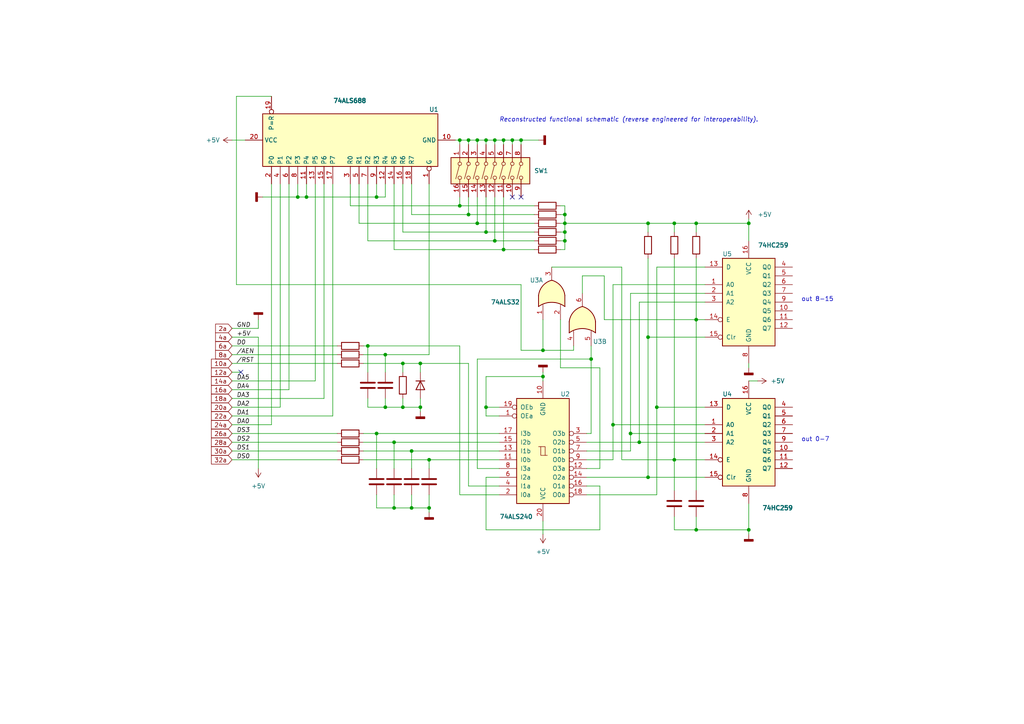
<source format=kicad_sch>
(kicad_sch (version 20211123) (generator eeschema)
  (paper "A4")
  (title_block (title "Integrated circuits important for control") (date "2026-01-18") (rev "1.0") (company "Pozsar Zsolt") (comment 1 "EBE-266.1 digital output module"))
  (lib_symbols
    (symbol "74xx:74LS240" (pin_names (offset 1.016))
      (property "Reference" "U" (at -7.62 16.51 0))
      (property "Value" "74LS240" (at -7.62 -16.51 0))
      (symbol "74LS240_1_0"
        (polyline (pts (xy -0.635 -1.27) (xy -0.635 1.27) (xy 0.635 1.27)))
        (polyline (pts (xy -1.27 -1.27) (xy 0.635 -1.27) (xy 0.635 1.27) (xy 1.27 1.27)))
        (pin input inverted (at -12.7 -10.16 0) (length 5.08) (name "OEa") (number "1"))
        (pin power_in line (at 0 -20.32 90) (length 5.08) (name "GND") (number "10"))
        (pin input line (at -12.7 2.54 0) (length 5.08) (name "I0b") (number "11"))
        (pin tri_state inverted (at 12.7 5.08 180) (length 5.08) (name "O3a") (number "12"))
        (pin input line (at -12.7 0 0) (length 5.08) (name "I1b") (number "13"))
        (pin tri_state inverted (at 12.7 7.62 180) (length 5.08) (name "O2a") (number "14"))
        (pin input line (at -12.7 -2.54 0) (length 5.08) (name "I2b") (number "15"))
        (pin tri_state inverted (at 12.7 10.16 180) (length 5.08) (name "O1a") (number "16"))
        (pin input line (at -12.7 -5.08 0) (length 5.08) (name "I3b") (number "17"))
        (pin tri_state inverted (at 12.7 12.7 180) (length 5.08) (name "O0a") (number "18"))
        (pin input inverted (at -12.7 -12.7 0) (length 5.08) (name "OEb") (number "19"))
        (pin input line (at -12.7 12.7 0) (length 5.08) (name "I0a") (number "2"))
        (pin power_in line (at 0 20.32 270) (length 5.08) (name "VCC") (number "20"))
        (pin tri_state inverted (at 12.7 -5.08 180) (length 5.08) (name "O3b") (number "3"))
        (pin input line (at -12.7 10.16 0) (length 5.08) (name "I1a") (number "4"))
        (pin tri_state inverted (at 12.7 -2.54 180) (length 5.08) (name "O2b") (number "5"))
        (pin input line (at -12.7 7.62 0) (length 5.08) (name "I2a") (number "6"))
        (pin tri_state inverted (at 12.7 0 180) (length 5.08) (name "O1b") (number "7"))
        (pin input line (at -12.7 5.08 0) (length 5.08) (name "I3a") (number "8"))
        (pin tri_state inverted (at 12.7 2.54 180) (length 5.08) (name "O0b") (number "9"))
      )
      (symbol "74LS240_1_1"
        (rectangle (start -7.62 15.24) (end 7.62 -15.24) (stroke (width 0.254)) (fill (type background)))
      )
    )
    (symbol "74xx:74LS259" (pin_names (offset 1.016))
      (property "Reference" "U" (at -7.62 13.97 0))
      (property "Value" "74LS259" (at -7.62 -13.97 0))
      (symbol "74LS259_1_0"
        (pin input line (at -12.7 5.08 0) (length 5.08) (name "A0") (number "1"))
        (pin output line (at 12.7 -2.54 180) (length 5.08) (name "Q5") (number "10"))
        (pin output line (at 12.7 -5.08 180) (length 5.08) (name "Q6") (number "11"))
        (pin output line (at 12.7 -7.62 180) (length 5.08) (name "Q7") (number "12"))
        (pin input line (at -12.7 10.16 0) (length 5.08) (name "D") (number "13"))
        (pin input inverted (at -12.7 -5.08 0) (length 5.08) (name "E") (number "14"))
        (pin input inverted (at -12.7 -10.16 0) (length 5.08) (name "Clr") (number "15"))
        (pin power_in line (at 0 17.78 270) (length 5.08) (name "VCC") (number "16"))
        (pin input line (at -12.7 2.54 0) (length 5.08) (name "A1") (number "2"))
        (pin input line (at -12.7 0 0) (length 5.08) (name "A2") (number "3"))
        (pin output line (at 12.7 10.16 180) (length 5.08) (name "Q0") (number "4"))
        (pin output line (at 12.7 7.62 180) (length 5.08) (name "Q1") (number "5"))
        (pin output line (at 12.7 5.08 180) (length 5.08) (name "Q2") (number "6"))
        (pin output line (at 12.7 2.54 180) (length 5.08) (name "Q3") (number "7"))
        (pin power_in line (at 0 -17.78 90) (length 5.08) (name "GND") (number "8"))
        (pin output line (at 12.7 0 180) (length 5.08) (name "Q4") (number "9"))
      )
      (symbol "74LS259_1_1"
        (rectangle (start -7.62 12.7) (end 7.62 -12.7) (stroke (width 0.254)) (fill (type background)))
      )
    )
    (symbol "74xx:74LS32" (pin_names (offset 1.016))
      (property "Reference" "U" (at 0 1.27 0))
      (property "Value" "74LS32" (at 0 -1.27 0))
      (symbol "74LS32_1_1"
        (arc (start -3.81 -3.81) (mid -2.589 0) (end -3.81 3.81) (stroke (width 0.254)))
        (arc (start -0.6096 -3.81) (mid 2.1842 -2.5851) (end 3.81 0) (stroke (width 0.254)) (fill (type background)))
        (polyline (pts (xy -3.81 -3.81) (xy -0.635 -3.81)) (stroke (width 0.254)) (fill (type background)))
        (polyline (pts (xy -3.81 3.81) (xy -0.635 3.81)) (stroke (width 0.254)) (fill (type background)))
        (polyline (pts (xy -0.635 3.81) (xy -3.81 3.81) (xy -3.81 3.81) (xy -3.556 3.4036) (xy -3.0226 2.2606) (xy -2.6924 1.0414) (xy -2.6162 -0.254) (xy -2.7686 -1.4986) (xy -3.175 -2.7178) (xy -3.81 -3.81) (xy -3.81 -3.81) (xy -0.635 -3.81)) (stroke (width -25.4)) (fill (type background)))
        (arc (start 3.81 0) (mid 2.1915 2.5936) (end -0.6096 3.81) (stroke (width 0.254)) (fill (type background)))
        (pin input line (at -7.62 2.54 0) (length 4.318) (name "~") (number "1"))
        (pin input line (at -7.62 -2.54 0) (length 4.318) (name "~") (number "2"))
        (pin output line (at 7.62 0 180) (length 3.81) (name "~") (number "3"))
      )
      (symbol "74LS32_1_2"
        (arc (start 0 -3.81) (mid 3.81 0) (end 0 3.81) (stroke (width 0.254)) (fill (type background)))
        (polyline (pts (xy 0 3.81) (xy -3.81 3.81) (xy -3.81 -3.81) (xy 0 -3.81)) (stroke (width 0.254)) (fill (type background)))
        (pin input inverted (at -7.62 2.54 0) (length 3.81) (name "~") (number "1"))
        (pin input inverted (at -7.62 -2.54 0) (length 3.81) (name "~") (number "2"))
        (pin output inverted (at 7.62 0 180) (length 3.81) (name "~") (number "3"))
      )
      (symbol "74LS32_2_1"
        (arc (start -3.81 -3.81) (mid -2.589 0) (end -3.81 3.81) (stroke (width 0.254)))
        (arc (start -0.6096 -3.81) (mid 2.1842 -2.5851) (end 3.81 0) (stroke (width 0.254)) (fill (type background)))
        (polyline (pts (xy -3.81 -3.81) (xy -0.635 -3.81)) (stroke (width 0.254)) (fill (type background)))
        (polyline (pts (xy -3.81 3.81) (xy -0.635 3.81)) (stroke (width 0.254)) (fill (type background)))
        (polyline (pts (xy -0.635 3.81) (xy -3.81 3.81) (xy -3.81 3.81) (xy -3.556 3.4036) (xy -3.0226 2.2606) (xy -2.6924 1.0414) (xy -2.6162 -0.254) (xy -2.7686 -1.4986) (xy -3.175 -2.7178) (xy -3.81 -3.81) (xy -3.81 -3.81) (xy -0.635 -3.81)) (stroke (width -25.4)) (fill (type background)))
        (arc (start 3.81 0) (mid 2.1915 2.5936) (end -0.6096 3.81) (stroke (width 0.254)) (fill (type background)))
        (pin input line (at -7.62 2.54 0) (length 4.318) (name "~") (number "4"))
        (pin input line (at -7.62 -2.54 0) (length 4.318) (name "~") (number "5"))
        (pin output line (at 7.62 0 180) (length 3.81) (name "~") (number "6"))
      )
      (symbol "74LS32_2_2"
        (arc (start 0 -3.81) (mid 3.81 0) (end 0 3.81) (stroke (width 0.254)) (fill (type background)))
        (polyline (pts (xy 0 3.81) (xy -3.81 3.81) (xy -3.81 -3.81) (xy 0 -3.81)) (stroke (width 0.254)) (fill (type background)))
        (pin input inverted (at -7.62 2.54 0) (length 3.81) (name "~") (number "4"))
        (pin input inverted (at -7.62 -2.54 0) (length 3.81) (name "~") (number "5"))
        (pin output inverted (at 7.62 0 180) (length 3.81) (name "~") (number "6"))
      )
      (symbol "74LS32_3_1"
        (arc (start -3.81 -3.81) (mid -2.589 0) (end -3.81 3.81) (stroke (width 0.254)))
        (arc (start -0.6096 -3.81) (mid 2.1842 -2.5851) (end 3.81 0) (stroke (width 0.254)) (fill (type background)))
        (polyline (pts (xy -3.81 -3.81) (xy -0.635 -3.81)) (stroke (width 0.254)) (fill (type background)))
        (polyline (pts (xy -3.81 3.81) (xy -0.635 3.81)) (stroke (width 0.254)) (fill (type background)))
        (polyline (pts (xy -0.635 3.81) (xy -3.81 3.81) (xy -3.81 3.81) (xy -3.556 3.4036) (xy -3.0226 2.2606) (xy -2.6924 1.0414) (xy -2.6162 -0.254) (xy -2.7686 -1.4986) (xy -3.175 -2.7178) (xy -3.81 -3.81) (xy -3.81 -3.81) (xy -0.635 -3.81)) (stroke (width -25.4)) (fill (type background)))
        (arc (start 3.81 0) (mid 2.1915 2.5936) (end -0.6096 3.81) (stroke (width 0.254)) (fill (type background)))
        (pin input line (at -7.62 -2.54 0) (length 4.318) (name "~") (number "10"))
        (pin output line (at 7.62 0 180) (length 3.81) (name "~") (number "8"))
        (pin input line (at -7.62 2.54 0) (length 4.318) (name "~") (number "9"))
      )
      (symbol "74LS32_3_2"
        (arc (start 0 -3.81) (mid 3.81 0) (end 0 3.81) (stroke (width 0.254)) (fill (type background)))
        (polyline (pts (xy 0 3.81) (xy -3.81 3.81) (xy -3.81 -3.81) (xy 0 -3.81)) (stroke (width 0.254)) (fill (type background)))
        (pin input inverted (at -7.62 -2.54 0) (length 3.81) (name "~") (number "10"))
        (pin output inverted (at 7.62 0 180) (length 3.81) (name "~") (number "8"))
        (pin input inverted (at -7.62 2.54 0) (length 3.81) (name "~") (number "9"))
      )
      (symbol "74LS32_4_1"
        (arc (start -3.81 -3.81) (mid -2.589 0) (end -3.81 3.81) (stroke (width 0.254)))
        (arc (start -0.6096 -3.81) (mid 2.1842 -2.5851) (end 3.81 0) (stroke (width 0.254)) (fill (type background)))
        (polyline (pts (xy -3.81 -3.81) (xy -0.635 -3.81)) (stroke (width 0.254)) (fill (type background)))
        (polyline (pts (xy -3.81 3.81) (xy -0.635 3.81)) (stroke (width 0.254)) (fill (type background)))
        (polyline (pts (xy -0.635 3.81) (xy -3.81 3.81) (xy -3.81 3.81) (xy -3.556 3.4036) (xy -3.0226 2.2606) (xy -2.6924 1.0414) (xy -2.6162 -0.254) (xy -2.7686 -1.4986) (xy -3.175 -2.7178) (xy -3.81 -3.81) (xy -3.81 -3.81) (xy -0.635 -3.81)) (stroke (width -25.4)) (fill (type background)))
        (arc (start 3.81 0) (mid 2.1915 2.5936) (end -0.6096 3.81) (stroke (width 0.254)) (fill (type background)))
        (pin output line (at 7.62 0 180) (length 3.81) (name "~") (number "11"))
        (pin input line (at -7.62 2.54 0) (length 4.318) (name "~") (number "12"))
        (pin input line (at -7.62 -2.54 0) (length 4.318) (name "~") (number "13"))
      )
      (symbol "74LS32_4_2"
        (arc (start 0 -3.81) (mid 3.81 0) (end 0 3.81) (stroke (width 0.254)) (fill (type background)))
        (polyline (pts (xy 0 3.81) (xy -3.81 3.81) (xy -3.81 -3.81) (xy 0 -3.81)) (stroke (width 0.254)) (fill (type background)))
        (pin output inverted (at 7.62 0 180) (length 3.81) (name "~") (number "11"))
        (pin input inverted (at -7.62 2.54 0) (length 3.81) (name "~") (number "12"))
        (pin input inverted (at -7.62 -2.54 0) (length 3.81) (name "~") (number "13"))
      )
      (symbol "74LS32_5_0"
        (pin power_in line (at 0 12.7 270) (length 5.08) (name "VCC") (number "14"))
        (pin power_in line (at 0 -12.7 90) (length 5.08) (name "GND") (number "7"))
      )
      (symbol "74LS32_5_1"
        (rectangle (start -5.08 7.62) (end 5.08 -7.62) (stroke (width 0.254)) (fill (type background)))
      )
    )
    (symbol "74xx:74LS688"
      (property "Reference" "U" (at -7.62 26.67 0))
      (property "Value" "74LS688" (at -7.62 -26.67 0))
      (symbol "74LS688_1_0"
        (pin input inverted (at -12.7 -22.86 0) (length 5.08) (name "G") (number "1"))
        (pin power_in line (at 0 -30.48 90) (length 5.08) (name "GND") (number "10"))
        (pin input line (at -12.7 12.7 0) (length 5.08) (name "P4") (number "11"))
        (pin input line (at -12.7 -10.16 0) (length 5.08) (name "R4") (number "12"))
        (pin input line (at -12.7 10.16 0) (length 5.08) (name "P5") (number "13"))
        (pin input line (at -12.7 -12.7 0) (length 5.08) (name "R5") (number "14"))
        (pin input line (at -12.7 7.62 0) (length 5.08) (name "P6") (number "15"))
        (pin input line (at -12.7 -15.24 0) (length 5.08) (name "R6") (number "16"))
        (pin input line (at -12.7 5.08 0) (length 5.08) (name "P7") (number "17"))
        (pin input line (at -12.7 -17.78 0) (length 5.08) (name "R7") (number "18"))
        (pin output inverted (at 12.7 22.86 180) (length 5.08) (name "P=R") (number "19"))
        (pin input line (at -12.7 22.86 0) (length 5.08) (name "P0") (number "2"))
        (pin power_in line (at 0 30.48 270) (length 5.08) (name "VCC") (number "20"))
        (pin input line (at -12.7 0 0) (length 5.08) (name "R0") (number "3"))
        (pin input line (at -12.7 20.32 0) (length 5.08) (name "P1") (number "4"))
        (pin input line (at -12.7 -2.54 0) (length 5.08) (name "R1") (number "5"))
        (pin input line (at -12.7 17.78 0) (length 5.08) (name "P2") (number "6"))
        (pin input line (at -12.7 -5.08 0) (length 5.08) (name "R2") (number "7"))
        (pin input line (at -12.7 15.24 0) (length 5.08) (name "P3") (number "8"))
        (pin input line (at -12.7 -7.62 0) (length 5.08) (name "R3") (number "9"))
      )
      (symbol "74LS688_1_1"
        (rectangle (start -7.62 25.4) (end 7.62 -25.4) (stroke (width 0.254)) (fill (type background)))
      )
    )
    (symbol "Device:C" (pin_numbers hide) (pin_names (offset 0.254))
      (property "Reference" "C" (at 0.635 2.54 0))
      (property "Value" "C" (at 0.635 -2.54 0))
      (symbol "C_0_1"
        (polyline (pts (xy -2.032 -0.762) (xy 2.032 -0.762)) (stroke (width 0.508)))
        (polyline (pts (xy -2.032 0.762) (xy 2.032 0.762)) (stroke (width 0.508)))
      )
      (symbol "C_1_1"
        (pin passive line (at 0 3.81 270) (length 2.794) (name "~") (number "1"))
        (pin passive line (at 0 -3.81 90) (length 2.794) (name "~") (number "2"))
      )
    )
    (symbol "Device:D" (pin_numbers hide) (pin_names (offset 1.016) hide)
      (property "Reference" "D" (at 0 2.54 0))
      (property "Value" "D" (at 0 -2.54 0))
      (symbol "D_0_1"
        (polyline (pts (xy -1.27 1.27) (xy -1.27 -1.27)) (stroke (width 0.254)))
        (polyline (pts (xy 1.27 0) (xy -1.27 0)))
        (polyline (pts (xy 1.27 1.27) (xy 1.27 -1.27) (xy -1.27 0) (xy 1.27 1.27)) (stroke (width 0.254)))
      )
      (symbol "D_1_1"
        (pin passive line (at -3.81 0 0) (length 2.54) (name "K") (number "1"))
        (pin passive line (at 3.81 0 180) (length 2.54) (name "A") (number "2"))
      )
    )
    (symbol "Device:R" (pin_numbers hide) (pin_names (offset 0))
      (property "Reference" "R" (at 2.032 0 90))
      (property "Value" "R" (at 0 0 90))
      (symbol "R_0_1"
        (rectangle (start -1.016 -2.54) (end 1.016 2.54) (stroke (width 0.254)))
      )
      (symbol "R_1_1"
        (pin passive line (at 0 3.81 270) (length 1.27) (name "~") (number "1"))
        (pin passive line (at 0 -3.81 90) (length 1.27) (name "~") (number "2"))
      )
    )
    (symbol "Switch:SW_DIP_x08" (pin_names (offset 0) hide)
      (property "Reference" "SW" (at 0 13.97 0))
      (property "Value" "SW_DIP_x08" (at 0 -11.43 0))
      (symbol "SW_DIP_x08_0_0"
        (circle (center -2.032 -7.62) (radius 0.508))
        (circle (center -2.032 -5.08) (radius 0.508))
        (circle (center -2.032 -2.54) (radius 0.508))
        (circle (center -2.032 0) (radius 0.508))
        (circle (center -2.032 2.54) (radius 0.508))
        (circle (center -2.032 5.08) (radius 0.508))
        (circle (center -2.032 7.62) (radius 0.508))
        (circle (center -2.032 10.16) (radius 0.508))
        (polyline (pts (xy -1.524 -7.4676) (xy 2.3622 -6.4262)))
        (polyline (pts (xy -1.524 -4.9276) (xy 2.3622 -3.8862)))
        (polyline (pts (xy -1.524 -2.3876) (xy 2.3622 -1.3462)))
        (polyline (pts (xy -1.524 0.127) (xy 2.3622 1.1684)))
        (polyline (pts (xy -1.524 2.667) (xy 2.3622 3.7084)))
        (polyline (pts (xy -1.524 5.207) (xy 2.3622 6.2484)))
        (polyline (pts (xy -1.524 7.747) (xy 2.3622 8.7884)))
        (polyline (pts (xy -1.524 10.287) (xy 2.3622 11.3284)))
        (circle (center 2.032 -7.62) (radius 0.508))
        (circle (center 2.032 -5.08) (radius 0.508))
        (circle (center 2.032 -2.54) (radius 0.508))
        (circle (center 2.032 0) (radius 0.508))
        (circle (center 2.032 2.54) (radius 0.508))
        (circle (center 2.032 5.08) (radius 0.508))
        (circle (center 2.032 7.62) (radius 0.508))
        (circle (center 2.032 10.16) (radius 0.508))
      )
      (symbol "SW_DIP_x08_0_1"
        (rectangle (start -3.81 12.7) (end 3.81 -10.16) (stroke (width 0.254)) (fill (type background)))
      )
      (symbol "SW_DIP_x08_1_1"
        (pin passive line (at -7.62 10.16 0) (length 5.08) (name "~") (number "1"))
        (pin passive line (at 7.62 -5.08 180) (length 5.08) (name "~") (number "10"))
        (pin passive line (at 7.62 -2.54 180) (length 5.08) (name "~") (number "11"))
        (pin passive line (at 7.62 0 180) (length 5.08) (name "~") (number "12"))
        (pin passive line (at 7.62 2.54 180) (length 5.08) (name "~") (number "13"))
        (pin passive line (at 7.62 5.08 180) (length 5.08) (name "~") (number "14"))
        (pin passive line (at 7.62 7.62 180) (length 5.08) (name "~") (number "15"))
        (pin passive line (at 7.62 10.16 180) (length 5.08) (name "~") (number "16"))
        (pin passive line (at -7.62 7.62 0) (length 5.08) (name "~") (number "2"))
        (pin passive line (at -7.62 5.08 0) (length 5.08) (name "~") (number "3"))
        (pin passive line (at -7.62 2.54 0) (length 5.08) (name "~") (number "4"))
        (pin passive line (at -7.62 0 0) (length 5.08) (name "~") (number "5"))
        (pin passive line (at -7.62 -2.54 0) (length 5.08) (name "~") (number "6"))
        (pin passive line (at -7.62 -5.08 0) (length 5.08) (name "~") (number "7"))
        (pin passive line (at -7.62 -7.62 0) (length 5.08) (name "~") (number "8"))
        (pin passive line (at 7.62 -7.62 180) (length 5.08) (name "~") (number "9"))
      )
    )
    (symbol "power:+5V" (power) (pin_names (offset 0))
      (property "Value" "+5V" (at 0 3.556 0))
      (symbol "+5V_0_1"
        (polyline (pts (xy -0.762 1.27) (xy 0 2.54)))
        (polyline (pts (xy 0 0) (xy 0 2.54)))
        (polyline (pts (xy 0 2.54) (xy 0.762 1.27)))
      )
      (symbol "+5V_1_1"
        (pin power_in line (at 0 0 90) (length 0) hide (name "+5V") (number "1"))
      )
    )
    (symbol "power:GNDD" (power) (pin_names (offset 0))
      (property "Value" "GNDD" (at 0 -3.175 0))
      (symbol "GNDD_0_1"
        (rectangle (start -1.27 -1.524) (end 1.27 -2.032) (stroke (width 0.254)) (fill (type outline)))
        (polyline (pts (xy 0 0) (xy 0 -1.524)))
      )
      (symbol "GNDD_1_1"
        (pin power_in line (at 0 0 270) (length 0) hide (name "GNDD") (number "1"))
      )
    )
  )
  (junction (at 185.42 128.27))
  (junction (at 171.45 104.14))
  (junction (at 157.48 109.22))
  (junction (at 119.38 130.81))
  (junction (at 111.76 102.87))
  (junction (at 133.35 59.69))
  (junction (at 146.05 72.39))
  (junction (at 111.76 118.11))
  (junction (at 187.96 64.77))
  (junction (at 140.97 40.64))
  (junction (at 163.83 64.77))
  (junction (at 109.22 57.15))
  (junction (at 116.84 105.41))
  (junction (at 148.59 40.64))
  (junction (at 201.93 92.71))
  (junction (at 116.84 118.11))
  (junction (at 151.13 40.64))
  (junction (at 140.97 118.11))
  (junction (at 187.96 138.43))
  (junction (at 124.46 133.35))
  (junction (at 163.83 62.23))
  (junction (at 138.43 64.77))
  (junction (at 146.05 40.64))
  (junction (at 114.3 147.32))
  (junction (at 217.17 64.77))
  (junction (at 88.9 57.15))
  (junction (at 195.58 133.35))
  (junction (at 124.46 147.32))
  (junction (at 86.36 57.15))
  (junction (at 143.51 40.64))
  (junction (at 182.88 125.73))
  (junction (at 106.68 100.33))
  (junction (at 135.89 40.64))
  (junction (at 163.83 69.85))
  (junction (at 121.92 118.11))
  (junction (at 201.93 64.77))
  (junction (at 140.97 67.31))
  (junction (at 217.17 153.67))
  (junction (at 133.35 40.64))
  (junction (at 121.92 105.41))
  (junction (at 114.3 128.27))
  (junction (at 190.5 118.11))
  (junction (at 138.43 40.64))
  (junction (at 143.51 69.85))
  (junction (at 187.96 97.79))
  (junction (at 195.58 64.77))
  (junction (at 135.89 62.23))
  (junction (at 109.22 125.73))
  (junction (at 177.8 123.19))
  (junction (at 119.38 147.32))
  (junction (at 201.93 153.67))
  (junction (at 157.48 101.6))
  (junction (at 163.83 67.31))
  (no_connect (at 69.85 107.95))
  (no_connect (at 148.59 57.15))
  (no_connect (at 151.13 57.15))
  (wire (pts (xy 105.41 105.41) (xy 116.84 105.41)))
  (wire (pts (xy 201.93 64.77) (xy 201.93 67.31)))
  (wire (pts (xy 114.3 128.27) (xy 144.78 128.27)))
  (wire (pts (xy 201.93 153.67) (xy 217.17 153.67)))
  (wire (pts (xy 67.31 133.35) (xy 97.79 133.35)))
  (wire (pts (xy 111.76 102.87) (xy 124.46 102.87)))
  (wire (pts (xy 119.38 130.81) (xy 144.78 130.81)))
  (wire (pts (xy 111.76 57.15) (xy 109.22 57.15)))
  (wire (pts (xy 78.74 123.19) (xy 78.74 53.34)))
  (wire (pts (xy 67.31 128.27) (xy 97.79 128.27)))
  (wire (pts (xy 116.84 105.41) (xy 121.92 105.41)))
  (wire (pts (xy 163.83 64.77) (xy 163.83 62.23)))
  (wire (pts (xy 171.45 104.14) (xy 171.45 125.73)))
  (wire (pts (xy 190.5 118.11) (xy 204.47 118.11)))
  (wire (pts (xy 135.89 140.97) (xy 135.89 105.41)))
  (wire (pts (xy 119.38 53.34) (xy 119.38 62.23)))
  (wire (pts (xy 201.93 74.93) (xy 201.93 92.71)))
  (wire (pts (xy 116.84 118.11) (xy 116.84 115.57)))
  (wire (pts (xy 175.26 80.01) (xy 175.26 92.71)))
  (wire (pts (xy 133.35 100.33) (xy 133.35 143.51)))
  (wire (pts (xy 138.43 40.64) (xy 138.43 41.91)))
  (wire (pts (xy 195.58 153.67) (xy 201.93 153.67)))
  (wire (pts (xy 195.58 149.86) (xy 195.58 153.67)))
  (wire (pts (xy 185.42 128.27) (xy 185.42 87.63)))
  (wire (pts (xy 151.13 101.6) (xy 157.48 101.6)))
  (wire (pts (xy 111.76 53.34) (xy 111.76 57.15)))
  (wire (pts (xy 93.98 115.57) (xy 93.98 53.34)))
  (wire (pts (xy 68.58 82.55) (xy 68.58 27.94)))
  (wire (pts (xy 121.92 118.11) (xy 121.92 119.38)))
  (wire (pts (xy 106.68 53.34) (xy 106.68 69.85)))
  (wire (pts (xy 157.48 109.22) (xy 157.48 110.49)))
  (wire (pts (xy 67.31 130.81) (xy 97.79 130.81)))
  (wire (pts (xy 83.82 53.34) (xy 83.82 113.03)))
  (wire (pts (xy 162.56 72.39) (xy 163.83 72.39)))
  (wire (pts (xy 140.97 153.67) (xy 173.99 153.67)))
  (wire (pts (xy 173.99 106.68) (xy 162.56 106.68)))
  (wire (pts (xy 133.35 59.69) (xy 154.94 59.69)))
  (wire (pts (xy 173.99 135.89) (xy 173.99 106.68)))
  (wire (pts (xy 195.58 64.77) (xy 195.58 67.31)))
  (wire (pts (xy 187.96 64.77) (xy 187.96 67.31)))
  (wire (pts (xy 111.76 102.87) (xy 111.76 107.95)))
  (wire (pts (xy 105.41 133.35) (xy 124.46 133.35)))
  (wire (pts (xy 163.83 67.31) (xy 163.83 64.77)))
  (wire (pts (xy 96.52 120.65) (xy 96.52 53.34)))
  (wire (pts (xy 109.22 143.51) (xy 109.22 147.32)))
  (wire (pts (xy 163.83 64.77) (xy 187.96 64.77)))
  (wire (pts (xy 170.18 130.81) (xy 182.88 130.81)))
  (wire (pts (xy 146.05 72.39) (xy 154.94 72.39)))
  (wire (pts (xy 182.88 125.73) (xy 204.47 125.73)))
  (wire (pts (xy 119.38 130.81) (xy 119.38 135.89)))
  (wire (pts (xy 138.43 64.77) (xy 104.14 64.77)))
  (wire (pts (xy 114.3 143.51) (xy 114.3 147.32)))
  (wire (pts (xy 187.96 64.77) (xy 195.58 64.77)))
  (wire (pts (xy 138.43 64.77) (xy 138.43 57.15)))
  (wire (pts (xy 135.89 40.64) (xy 133.35 40.64)))
  (wire (pts (xy 144.78 138.43) (xy 140.97 138.43)))
  (wire (pts (xy 116.84 105.41) (xy 116.84 107.95)))
  (wire (pts (xy 135.89 62.23) (xy 135.89 57.15)))
  (wire (pts (xy 148.59 40.64) (xy 146.05 40.64)))
  (wire (pts (xy 104.14 64.77) (xy 104.14 53.34)))
  (wire (pts (xy 140.97 138.43) (xy 140.97 153.67)))
  (wire (pts (xy 146.05 72.39) (xy 114.3 72.39)))
  (wire (pts (xy 185.42 128.27) (xy 204.47 128.27)))
  (wire (pts (xy 88.9 53.34) (xy 88.9 57.15)))
  (wire (pts (xy 114.3 72.39) (xy 114.3 53.34)))
  (wire (pts (xy 133.35 143.51) (xy 144.78 143.51)))
  (wire (pts (xy 114.3 147.32) (xy 119.38 147.32)))
  (wire (pts (xy 180.34 133.35) (xy 195.58 133.35)))
  (wire (pts (xy 163.83 62.23) (xy 163.83 59.69)))
  (wire (pts (xy 116.84 118.11) (xy 121.92 118.11)))
  (wire (pts (xy 182.88 85.09) (xy 182.88 125.73)))
  (wire (pts (xy 166.37 101.6) (xy 166.37 100.33)))
  (wire (pts (xy 109.22 57.15) (xy 88.9 57.15)))
  (wire (pts (xy 217.17 105.41) (xy 217.17 106.68)))
  (wire (pts (xy 114.3 128.27) (xy 114.3 135.89)))
  (wire (pts (xy 133.35 40.64) (xy 133.35 41.91)))
  (wire (pts (xy 148.59 40.64) (xy 148.59 41.91)))
  (wire (pts (xy 109.22 147.32) (xy 114.3 147.32)))
  (wire (pts (xy 67.31 120.65) (xy 96.52 120.65)))
  (wire (pts (xy 170.18 128.27) (xy 185.42 128.27)))
  (wire (pts (xy 204.47 97.79) (xy 187.96 97.79)))
  (wire (pts (xy 74.93 95.25) (xy 74.93 92.71)))
  (wire (pts (xy 111.76 115.57) (xy 111.76 118.11)))
  (wire (pts (xy 144.78 120.65) (xy 140.97 120.65)))
  (wire (pts (xy 146.05 72.39) (xy 146.05 57.15)))
  (wire (pts (xy 195.58 133.35) (xy 204.47 133.35)))
  (wire (pts (xy 67.31 110.49) (xy 91.44 110.49)))
  (wire (pts (xy 67.31 118.11) (xy 81.28 118.11)))
  (wire (pts (xy 106.68 100.33) (xy 133.35 100.33)))
  (wire (pts (xy 67.31 40.64) (xy 71.12 40.64)))
  (wire (pts (xy 204.47 85.09) (xy 182.88 85.09)))
  (wire (pts (xy 67.31 102.87) (xy 97.79 102.87)))
  (wire (pts (xy 162.56 106.68) (xy 162.56 92.71)))
  (wire (pts (xy 116.84 67.31) (xy 116.84 53.34)))
  (wire (pts (xy 157.48 107.95) (xy 157.48 109.22)))
  (wire (pts (xy 146.05 40.64) (xy 146.05 41.91)))
  (wire (pts (xy 180.34 77.47) (xy 180.34 133.35)))
  (wire (pts (xy 124.46 133.35) (xy 124.46 135.89)))
  (wire (pts (xy 124.46 102.87) (xy 124.46 53.34)))
  (wire (pts (xy 143.51 40.64) (xy 143.51 41.91)))
  (wire (pts (xy 67.31 123.19) (xy 78.74 123.19)))
  (wire (pts (xy 140.97 40.64) (xy 140.97 41.91)))
  (wire (pts (xy 187.96 138.43) (xy 204.47 138.43)))
  (wire (pts (xy 201.93 92.71) (xy 175.26 92.71)))
  (wire (pts (xy 177.8 82.55) (xy 204.47 82.55)))
  (wire (pts (xy 67.31 125.73) (xy 97.79 125.73)))
  (wire (pts (xy 170.18 125.73) (xy 171.45 125.73)))
  (wire (pts (xy 157.48 92.71) (xy 157.48 101.6)))
  (wire (pts (xy 124.46 143.51) (xy 124.46 147.32)))
  (wire (pts (xy 143.51 69.85) (xy 143.51 57.15)))
  (wire (pts (xy 195.58 64.77) (xy 201.93 64.77)))
  (wire (pts (xy 121.92 105.41) (xy 135.89 105.41)))
  (wire (pts (xy 146.05 40.64) (xy 143.51 40.64)))
  (wire (pts (xy 106.68 107.95) (xy 106.68 100.33)))
  (wire (pts (xy 151.13 40.64) (xy 156.21 40.64)))
  (wire (pts (xy 163.83 69.85) (xy 163.83 67.31)))
  (wire (pts (xy 151.13 40.64) (xy 148.59 40.64)))
  (wire (pts (xy 109.22 125.73) (xy 109.22 135.89)))
  (wire (pts (xy 138.43 104.14) (xy 138.43 135.89)))
  (wire (pts (xy 170.18 133.35) (xy 177.8 133.35)))
  (wire (pts (xy 168.91 85.09) (xy 168.91 80.01)))
  (wire (pts (xy 105.41 102.87) (xy 111.76 102.87)))
  (wire (pts (xy 119.38 62.23) (xy 135.89 62.23)))
  (wire (pts (xy 67.31 97.79) (xy 74.93 97.79)))
  (wire (pts (xy 101.6 59.69) (xy 133.35 59.69)))
  (wire (pts (xy 140.97 109.22) (xy 157.48 109.22)))
  (wire (pts (xy 185.42 87.63) (xy 204.47 87.63)))
  (wire (pts (xy 109.22 53.34) (xy 109.22 57.15)))
  (wire (pts (xy 143.51 69.85) (xy 154.94 69.85)))
  (wire (pts (xy 106.68 118.11) (xy 111.76 118.11)))
  (wire (pts (xy 190.5 77.47) (xy 204.47 77.47)))
  (wire (pts (xy 67.31 105.41) (xy 97.79 105.41)))
  (wire (pts (xy 170.18 143.51) (xy 190.5 143.51)))
  (wire (pts (xy 162.56 62.23) (xy 163.83 62.23)))
  (wire (pts (xy 162.56 64.77) (xy 163.83 64.77)))
  (wire (pts (xy 124.46 147.32) (xy 124.46 148.59)))
  (wire (pts (xy 67.31 107.95) (xy 69.85 107.95)))
  (wire (pts (xy 106.68 100.33) (xy 105.41 100.33)))
  (wire (pts (xy 201.93 64.77) (xy 217.17 64.77)))
  (wire (pts (xy 177.8 123.19) (xy 204.47 123.19)))
  (wire (pts (xy 76.2 57.15) (xy 86.36 57.15)))
  (wire (pts (xy 140.97 118.11) (xy 140.97 109.22)))
  (wire (pts (xy 91.44 110.49) (xy 91.44 53.34)))
  (wire (pts (xy 157.48 101.6) (xy 166.37 101.6)))
  (wire (pts (xy 109.22 125.73) (xy 144.78 125.73)))
  (wire (pts (xy 163.83 72.39) (xy 163.83 69.85)))
  (wire (pts (xy 140.97 120.65) (xy 140.97 118.11)))
  (wire (pts (xy 217.17 110.49) (xy 219.71 110.49)))
  (wire (pts (xy 182.88 130.81) (xy 182.88 125.73)))
  (wire (pts (xy 151.13 82.55) (xy 151.13 101.6)))
  (wire (pts (xy 124.46 133.35) (xy 144.78 133.35)))
  (wire (pts (xy 135.89 40.64) (xy 135.89 41.91)))
  (wire (pts (xy 138.43 40.64) (xy 135.89 40.64)))
  (wire (pts (xy 105.41 128.27) (xy 114.3 128.27)))
  (wire (pts (xy 160.02 77.47) (xy 180.34 77.47)))
  (wire (pts (xy 111.76 118.11) (xy 116.84 118.11)))
  (wire (pts (xy 135.89 62.23) (xy 154.94 62.23)))
  (wire (pts (xy 217.17 64.77) (xy 217.17 69.85)))
  (wire (pts (xy 67.31 100.33) (xy 97.79 100.33)))
  (wire (pts (xy 105.41 125.73) (xy 109.22 125.73)))
  (wire (pts (xy 83.82 113.03) (xy 67.31 113.03)))
  (wire (pts (xy 133.35 59.69) (xy 133.35 57.15)))
  (wire (pts (xy 177.8 82.55) (xy 177.8 123.19)))
  (wire (pts (xy 68.58 27.94) (xy 78.74 27.94)))
  (wire (pts (xy 140.97 67.31) (xy 116.84 67.31)))
  (wire (pts (xy 171.45 100.33) (xy 171.45 104.14)))
  (wire (pts (xy 173.99 153.67) (xy 173.99 140.97)))
  (wire (pts (xy 151.13 82.55) (xy 68.58 82.55)))
  (wire (pts (xy 187.96 97.79) (xy 187.96 138.43)))
  (wire (pts (xy 106.68 115.57) (xy 106.68 118.11)))
  (wire (pts (xy 195.58 133.35) (xy 195.58 142.24)))
  (wire (pts (xy 121.92 118.11) (xy 121.92 115.57)))
  (wire (pts (xy 86.36 57.15) (xy 86.36 53.34)))
  (wire (pts (xy 171.45 104.14) (xy 138.43 104.14)))
  (wire (pts (xy 217.17 153.67) (xy 217.17 146.05)))
  (wire (pts (xy 119.38 143.51) (xy 119.38 147.32)))
  (wire (pts (xy 170.18 135.89) (xy 173.99 135.89)))
  (wire (pts (xy 140.97 67.31) (xy 154.94 67.31)))
  (wire (pts (xy 81.28 53.34) (xy 81.28 118.11)))
  (wire (pts (xy 143.51 40.64) (xy 140.97 40.64)))
  (wire (pts (xy 190.5 118.11) (xy 190.5 77.47)))
  (wire (pts (xy 190.5 143.51) (xy 190.5 118.11)))
  (wire (pts (xy 101.6 53.34) (xy 101.6 59.69)))
  (wire (pts (xy 168.91 80.01) (xy 175.26 80.01)))
  (wire (pts (xy 201.93 149.86) (xy 201.93 153.67)))
  (wire (pts (xy 132.08 40.64) (xy 133.35 40.64)))
  (wire (pts (xy 106.68 69.85) (xy 143.51 69.85)))
  (wire (pts (xy 170.18 138.43) (xy 187.96 138.43)))
  (wire (pts (xy 217.17 153.67) (xy 217.17 154.94)))
  (wire (pts (xy 144.78 118.11) (xy 140.97 118.11)))
  (wire (pts (xy 201.93 92.71) (xy 201.93 142.24)))
  (wire (pts (xy 140.97 67.31) (xy 140.97 57.15)))
  (wire (pts (xy 187.96 97.79) (xy 187.96 74.93)))
  (wire (pts (xy 88.9 57.15) (xy 86.36 57.15)))
  (wire (pts (xy 67.31 95.25) (xy 74.93 95.25)))
  (wire (pts (xy 74.93 97.79) (xy 74.93 135.89)))
  (wire (pts (xy 173.99 140.97) (xy 170.18 140.97)))
  (wire (pts (xy 177.8 133.35) (xy 177.8 123.19)))
  (wire (pts (xy 157.48 151.13) (xy 157.48 154.94)))
  (wire (pts (xy 140.97 40.64) (xy 138.43 40.64)))
  (wire (pts (xy 67.31 115.57) (xy 93.98 115.57)))
  (wire (pts (xy 204.47 92.71) (xy 201.93 92.71)))
  (wire (pts (xy 217.17 63.5) (xy 217.17 64.77)))
  (wire (pts (xy 121.92 105.41) (xy 121.92 107.95)))
  (wire (pts (xy 162.56 69.85) (xy 163.83 69.85)))
  (wire (pts (xy 138.43 64.77) (xy 154.94 64.77)))
  (wire (pts (xy 195.58 74.93) (xy 195.58 133.35)))
  (wire (pts (xy 144.78 135.89) (xy 138.43 135.89)))
  (wire (pts (xy 151.13 40.64) (xy 151.13 41.91)))
  (wire (pts (xy 163.83 59.69) (xy 162.56 59.69)))
  (wire (pts (xy 162.56 67.31) (xy 163.83 67.31)))
  (wire (pts (xy 105.41 130.81) (xy 119.38 130.81)))
  (wire (pts (xy 144.78 140.97) (xy 135.89 140.97)))
  (wire (pts (xy 119.38 147.32) (xy 124.46 147.32)))
  (text "Reconstructed functional schematic (reverse engineered for interoperability)." (at 144.78 35.56 0) (effects (font (size 1.27 1.27) italic) (justify left bottom)))
  (text "out 0-7" (at 232.41 128.27 0) (effects (font (size 1.27 1.27)) (justify left bottom)))
  (text "out 8-15" (at 232.41 87.63 0) (effects (font (size 1.27 1.27)) (justify left bottom)))
  (label "DA0" (at 68.58 123.19 0) (effects (font italic)))
  (label "DS3" (at 68.58 125.73 0) (effects (font italic)))
  (label "DS2" (at 68.58 128.27 0) (effects (font italic)))
  (label "D0" (at 68.58 100.33 0) (effects (font italic)))
  (label "DA3" (at 68.58 115.57 0) (effects (font italic)))
  (label "DS0" (at 68.58 133.35 0) (effects (font italic)))
  (label "GND" (at 68.58 95.25 0) (effects (font italic)))
  (label "+5V" (at 68.58 97.79 0) (effects (font italic)))
  (label "DA2" (at 68.58 118.11 0) (effects (font italic)))
  (label "DA4" (at 68.58 113.03 0) (effects (font italic)))
  (label "DS1" (at 68.58 130.81 0) (effects (font italic)))
  (label "DA1" (at 68.58 120.65 0) (effects (font italic)))
  (label "{slash}AEN" (at 68.58 102.87 0) (effects (font italic)))
  (label "{slash}RST" (at 68.58 105.41 0) (effects (font italic)))
  (label "DA5" (at 68.58 110.49 0) (effects (font italic)))
  (global_label "22a" (shape input) (at 67.31 120.65 180) (property "Intersheet References" "${INTERSHEET_REFS}" (effects hide)))
  (global_label "12a" (shape input) (at 67.31 107.95 180) (property "Intersheet References" "${INTERSHEET_REFS}" (effects hide)))
  (global_label "6a" (shape input) (at 67.31 100.33 180) (property "Intersheet References" "${INTERSHEET_REFS}" (effects hide)))
  (global_label "4a" (shape input) (at 67.31 97.79 180) (property "Intersheet References" "${INTERSHEET_REFS}" (effects hide)))
  (global_label "8a" (shape input) (at 67.31 102.87 180) (property "Intersheet References" "${INTERSHEET_REFS}" (effects hide)))
  (global_label "32a" (shape input) (at 67.31 133.35 180) (property "Intersheet References" "${INTERSHEET_REFS}" (effects hide)))
  (global_label "2a" (shape input) (at 67.31 95.25 180) (property "Intersheet References" "${INTERSHEET_REFS}" (effects hide)))
  (global_label "10a" (shape input) (at 67.31 105.41 180) (property "Intersheet References" "${INTERSHEET_REFS}" (effects hide)))
  (global_label "30a" (shape input) (at 67.31 130.81 180) (property "Intersheet References" "${INTERSHEET_REFS}" (effects hide)))
  (global_label "20a" (shape input) (at 67.31 118.11 180) (property "Intersheet References" "${INTERSHEET_REFS}" (effects hide)))
  (global_label "24a" (shape input) (at 67.31 123.19 180) (property "Intersheet References" "${INTERSHEET_REFS}" (effects hide)))
  (global_label "26a" (shape input) (at 67.31 125.73 180) (property "Intersheet References" "${INTERSHEET_REFS}" (effects hide)))
  (global_label "28a" (shape input) (at 67.31 128.27 180) (property "Intersheet References" "${INTERSHEET_REFS}" (effects hide)))
  (global_label "18a" (shape input) (at 67.31 115.57 180) (property "Intersheet References" "${INTERSHEET_REFS}" (effects hide)))
  (global_label "14a" (shape input) (at 67.31 110.49 180) (property "Intersheet References" "${INTERSHEET_REFS}" (effects hide)))
  (global_label "16a" (shape input) (at 67.31 113.03 180) (property "Intersheet References" "${INTERSHEET_REFS}" (effects hide)))
  (symbol (lib_id "Device:R") (at 116.84 111.76 180) (unit 1)
    (property "Reference" "R?" (effects hide))
    (property "Value" "R" (effects hide))
  )
  (symbol (lib_id "Device:D") (at 121.92 111.76 90) (mirror x) (unit 1)
    (property "Reference" "D?" (effects hide))
    (property "Value" "D" (effects hide))
  )
  (symbol (lib_id "power:+5V") (at 157.48 154.94 180) (unit 1)
    (property "Reference" "#PWR?" (effects hide))
    (property "Value" "+5V" (at 157.48 160.02 0))
  )
  (symbol (lib_id "Device:C") (at 124.46 139.7 0) (unit 1)
    (property "Reference" "C?" (effects hide))
    (property "Value" "C" (effects hide))
  )
  (symbol (lib_id "power:GNDD") (at 74.93 92.71 180) (unit 1)
    (property "Reference" "#PWR?" (effects hide))
    (property "Value" "GNDD" (effects hide))
  )
  (symbol (lib_id "Device:R") (at 101.6 100.33 90) (mirror x) (unit 1)
    (property "Reference" "R?" (effects hide))
    (property "Value" "R" (effects hide))
  )
  (symbol (lib_id "power:GNDD") (at 156.21 40.64 90) (unit 1)
    (property "Reference" "#PWR?" (effects hide))
    (property "Value" "GNDD" (effects hide))
  )
  (symbol (lib_id "power:GNDD") (at 217.17 154.94 0) (unit 1)
    (property "Reference" "#PWR?" (effects hide))
    (property "Value" "GNDD" (effects hide))
  )
  (symbol (lib_id "Device:R") (at 101.6 128.27 90) (unit 1)
    (property "Reference" "R?" (effects hide))
    (property "Value" "R" (effects hide))
  )
  (symbol (lib_id "Device:C") (at 109.22 139.7 0) (unit 1)
    (property "Reference" "C?" (effects hide))
    (property "Value" "C" (effects hide))
  )
  (symbol (lib_id "Device:R") (at 158.75 67.31 90) (mirror x) (unit 1)
    (property "Reference" "R?" (effects hide))
    (property "Value" "R" (effects hide))
  )
  (symbol (lib_id "Device:R") (at 101.6 125.73 90) (unit 1)
    (property "Reference" "R?" (effects hide))
    (property "Value" "R" (effects hide))
  )
  (symbol (lib_id "Device:R") (at 101.6 130.81 90) (unit 1)
    (property "Reference" "R?" (effects hide))
    (property "Value" "R" (effects hide))
  )
  (symbol (lib_id "power:GNDD") (at 157.48 107.95 180) (unit 1)
    (property "Reference" "#PWR?" (effects hide))
    (property "Value" "GNDD" (effects hide))
  )
  (symbol (lib_id "power:+5V") (at 74.93 135.89 180) (unit 1)
    (property "Reference" "#PWR?" (effects hide))
    (property "Value" "+5V" (at 74.93 140.97 0))
  )
  (symbol (lib_id "Device:R") (at 158.75 72.39 90) (mirror x) (unit 1)
    (property "Reference" "R?" (effects hide))
    (property "Value" "R" (effects hide))
  )
  (symbol (lib_id "Device:C") (at 119.38 139.7 0) (unit 1)
    (property "Reference" "C?" (effects hide))
    (property "Value" "C" (effects hide))
  )
  (symbol (lib_id "Device:R") (at 158.75 59.69 90) (mirror x) (unit 1)
    (property "Reference" "R?" (effects hide))
    (property "Value" "R" (effects hide))
  )
  (symbol (lib_id "74xx:74LS240") (at 157.48 130.81 0) (mirror x) (unit 1)
    (property "Reference" "U2" (at 162.56 114.3 0) (effects (justify left)))
    (property "Value" "74ALS240" (at 144.78 149.86 0) (effects (font bold) (justify left)))
    (property "Datasheet" "http://www.ti.com/lit/ds/symlink/sn74ls240.pdf" (effects hide))
  )
  (symbol (lib_id "Device:C") (at 114.3 139.7 0) (unit 1)
    (property "Reference" "C?" (effects hide))
    (property "Value" "C" (effects hide))
  )
  (symbol (lib_id "Device:R") (at 195.58 71.12 0) (mirror y) (unit 1)
    (property "Reference" "R?" (effects hide))
    (property "Value" "R" (effects hide))
  )
  (symbol (lib_id "74xx:74LS259") (at 217.17 87.63 0) (unit 1)
    (property "Reference" "U5" (at 209.55 73.66 0) (effects (justify left)))
    (property "Value" "74HC259" (at 219.71 71.12 0) (effects (font bold) (justify left)))
    (property "Datasheet" "http://www.ti.com/lit/gpn/sn74LS259" (effects hide))
  )
  (symbol (lib_id "power:GNDD") (at 217.17 106.68 0) (unit 1)
    (property "Reference" "#PWR?" (effects hide))
    (property "Value" "GNDD" (effects hide))
  )
  (symbol (lib_id "74xx:74LS259") (at 217.17 128.27 0) (unit 1)
    (property "Reference" "U4" (at 209.55 114.3 0) (effects (justify left)))
    (property "Value" "74HC259" (at 220.98 147.32 0) (effects (font bold) (justify left)))
    (property "Datasheet" "http://www.ti.com/lit/gpn/sn74LS259" (effects hide))
  )
  (symbol (lib_id "power:+5V") (at 219.71 110.49 270) (unit 1)
    (property "Reference" "#PWR?" (effects hide))
    (property "Value" "+5V" (at 223.52 110.4899 90) (effects (justify left)))
  )
  (symbol (lib_id "power:GNDD") (at 76.2 57.15 270) (unit 1)
    (property "Reference" "#PWR?" (effects hide))
    (property "Value" "GNDD" (effects hide))
  )
  (symbol (lib_id "power:+5V") (at 217.17 63.5 0) (unit 1)
    (property "Reference" "#PWR?" (effects hide))
    (property "Value" "+5V" (at 219.71 62.2299 0) (effects (justify left)))
  )
  (symbol (lib_id "Device:R") (at 201.93 71.12 0) (mirror y) (unit 1)
    (property "Reference" "R?" (effects hide))
    (property "Value" "R" (effects hide))
  )
  (symbol (lib_id "Device:R") (at 101.6 102.87 90) (mirror x) (unit 1)
    (property "Reference" "R?" (effects hide))
    (property "Value" "R" (effects hide))
  )
  (symbol (lib_id "Device:C") (at 201.93 146.05 0) (mirror y) (unit 1)
    (property "Reference" "C?" (effects hide))
    (property "Value" "C" (effects hide))
  )
  (symbol (lib_id "Device:C") (at 106.68 111.76 0) (unit 1)
    (property "Reference" "C?" (effects hide))
    (property "Value" "C" (effects hide))
  )
  (symbol (lib_id "power:GNDD") (at 124.46 148.59 0) (unit 1)
    (property "Reference" "#PWR?" (effects hide))
    (property "Value" "GNDD" (effects hide))
  )
  (symbol (lib_id "Device:R") (at 187.96 71.12 0) (mirror y) (unit 1)
    (property "Reference" "R?" (effects hide))
    (property "Value" "R" (effects hide))
  )
  (symbol (lib_id "power:+5V") (at 67.31 40.64 90) (unit 1)
    (property "Reference" "#PWR?" (effects hide))
    (property "Value" "+5V" (at 59.69 40.64 90) (effects (justify right)))
  )
  (symbol (lib_id "Device:R") (at 101.6 133.35 90) (unit 1)
    (property "Reference" "R?" (effects hide))
    (property "Value" "R" (effects hide))
  )
  (symbol (lib_id "74xx:74LS32") (at 160.02 85.09 90) (unit 1)
    (property "Reference" "U3" (at 153.67 81.28 90) (effects (justify right)))
    (property "Value" "74ALS32" (at 142.24 87.63 90) (effects (font bold) (justify right)))
    (property "Datasheet" "http://www.ti.com/lit/gpn/sn74LS32" (effects hide))
  )
  (symbol (lib_id "Device:R") (at 158.75 64.77 90) (mirror x) (unit 1)
    (property "Reference" "R?" (effects hide))
    (property "Value" "R" (effects hide))
  )
  (symbol (lib_id "Device:C") (at 111.76 111.76 0) (unit 1)
    (property "Reference" "C?" (effects hide))
    (property "Value" "C" (effects hide))
  )
  (symbol (lib_id "power:GNDD") (at 121.92 119.38 0) (unit 1)
    (property "Reference" "#PWR?" (effects hide))
    (property "Value" "GNDD" (effects hide))
  )
  (symbol (lib_id "74xx:74LS32") (at 168.91 92.71 90) (unit 2)
    (property "Reference" "U3" (at 173.99 99.06 90))
    (property "Value" "74ALS32" (effects hide))
    (property "Datasheet" "http://www.ti.com/lit/gpn/sn74LS32" (effects hide))
  )
  (symbol (lib_id "Device:C") (at 195.58 146.05 0) (mirror y) (unit 1)
    (property "Reference" "C?" (effects hide))
    (property "Value" "C" (effects hide))
  )
  (symbol (lib_id "Device:R") (at 158.75 62.23 90) (mirror x) (unit 1)
    (property "Reference" "R?" (effects hide))
    (property "Value" "R" (effects hide))
  )
  (symbol (lib_id "74xx:74LS688") (at 101.6 40.64 90) (unit 1)
    (property "Reference" "U1" (at 124.46 31.75 90) (effects (justify right)))
    (property "Value" "74ALS688" (at 96.52 29.21 90) (effects (font bold) (justify right)))
    (property "Datasheet" "http://www.ti.com/lit/gpn/sn74LS688" (effects hide))
  )
  (symbol (lib_id "Switch:SW_DIP_x08") (at 143.51 49.53 90) (mirror x) (unit 1)
    (property "Reference" "SW1" (at 154.94 49.5299 90) (effects (justify right)))
    (property "Value" "SW_DIP_x08" (effects hide))
  )
  (symbol (lib_id "Device:R") (at 101.6 105.41 90) (mirror x) (unit 1)
    (property "Reference" "R?" (effects hide))
    (property "Value" "R" (effects hide))
  )
  (symbol (lib_id "Device:R") (at 158.75 69.85 90) (mirror x) (unit 1)
    (property "Reference" "R?" (effects hide))
    (property "Value" "R" (effects hide))
  )
)
</source>
